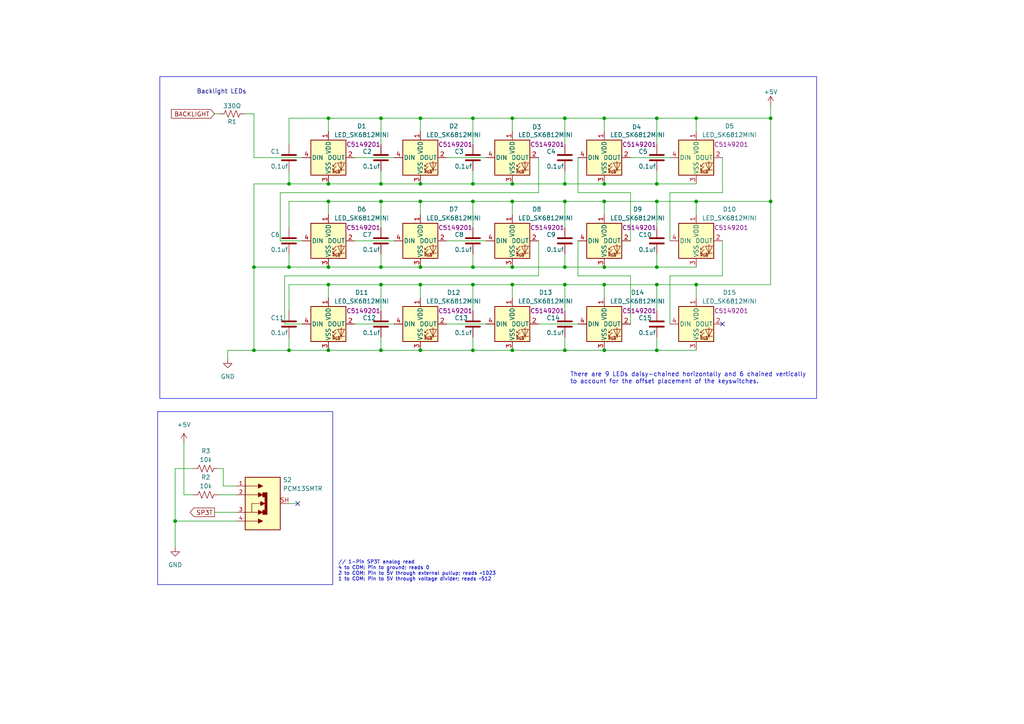
<source format=kicad_sch>
(kicad_sch (version 20250114) (generator "eeschema") (generator_version "9.0")
  (paper "A4")
  (lib_symbols
    (symbol "Device:C" (pin_numbers (hide yes)) (pin_names (offset 0.254))
      (property "Reference" "C" (at 0.635 2.54 0))
      (property "Value" "C" (at 0.635 -2.54 0))
      (symbol "C_0_1"
        (polyline (pts (xy -2.032 0.762) (xy 2.032 0.762)) (stroke (width 0.508)))
        (polyline (pts (xy -2.032 -0.762) (xy 2.032 -0.762)) (stroke (width 0.508)))
      )
      (symbol "C_1_1"
        (pin passive line (at 0 3.81 270) (length 2.794) (name "~") (number "1"))
        (pin passive line (at 0 -3.81 90) (length 2.794) (name "~") (number "2"))
      )
    )
    (symbol "Device:R_US" (pin_numbers (hide yes)) (pin_names (offset 0))
      (property "Reference" "R" (at 2.54 0 90))
      (property "Value" "R_US" (at -2.54 0 90))
      (symbol "R_US_0_1"
        (polyline (pts (xy 0 2.286) (xy 0 2.54)))
        (polyline (pts (xy 0 2.286) (xy 1.016 1.905) (xy 0 1.524) (xy -1.016 1.143) (xy 0 0.762)))
        (polyline (pts (xy 0 0.762) (xy 1.016 0.381) (xy 0 0) (xy -1.016 -0.381) (xy 0 -0.762)))
        (polyline (pts (xy 0 -0.762) (xy 1.016 -1.143) (xy 0 -1.524) (xy -1.016 -1.905) (xy 0 -2.286)))
        (polyline (pts (xy 0 -2.286) (xy 0 -2.54)))
      )
      (symbol "R_US_1_1"
        (pin passive line (at 0 3.81 270) (length 1.27) (name "~") (number "1"))
        (pin passive line (at 0 -3.81 90) (length 1.27) (name "~") (number "2"))
      )
    )
    (symbol "PCM13SMTR:PCM13SMTR" (pin_names (offset 1.016))
      (property "Reference" "S" (at -5.08 8.255 0))
      (property "Value" "PCM13SMTR" (at -5.08 -10.16 0))
      (symbol "PCM13SMTR_0_0"
        (polyline (pts (xy -5.08 5.08) (xy -1.27 5.08)) (stroke (width 0.1524)))
        (polyline (pts (xy -5.08 2.54) (xy -1.27 2.54)) (stroke (width 0.1524)))
        (polyline (pts (xy -5.08 -2.54) (xy -1.27 -2.54)) (stroke (width 0.1524)))
        (polyline (pts (xy -5.08 -5.08) (xy -1.27 -5.08)) (stroke (width 0.1524)))
        (rectangle (start -5.08 -7.62) (end 5.08 7.62) (stroke (width 0.254)) (fill (type background)))
        (polyline (pts (xy -3.175 0) (xy -3.175 -2.54)) (stroke (width 0.1524)))
        (polyline (pts (xy -3.175 0) (xy -0.635 0)) (stroke (width 0.1524)))
        (polyline (pts (xy -1.27 5.715) (xy -1.27 4.445) (xy 0 5.08) (xy -1.27 5.715)) (stroke (width 0.1524)) (fill (type outline)))
        (polyline (pts (xy -1.27 3.175) (xy -1.27 1.905) (xy 0 2.54) (xy -1.27 3.175)) (stroke (width 0.1524)) (fill (type outline)))
        (polyline (pts (xy -1.27 -1.905) (xy -1.27 -3.175) (xy 0 -2.54) (xy -1.27 -1.905)) (stroke (width 0.1524)) (fill (type outline)))
        (polyline (pts (xy -1.27 -4.445) (xy -1.27 -5.715) (xy 0 -5.08) (xy -1.27 -4.445)) (stroke (width 0.1524)) (fill (type outline)))
        (polyline (pts (xy -0.635 0.635) (xy -0.635 -0.635) (xy 0.635 0) (xy -0.635 0.635)) (stroke (width 0.1524)) (fill (type outline)))
        (polyline (pts (xy 0 1.905) (xy 0 3.175) (xy 1.27 3.175) (xy 1.27 -3.175) (xy 0 -3.175) (xy 0 -1.905) (xy 0.635 -1.905) (xy 0.635 1.905) (xy 0 1.905)) (stroke (width 0.1524)) (fill (type outline)))
        (pin passive line (at -7.62 5.08 0) (length 2.54) (name "~") (number "1"))
        (pin passive line (at -7.62 2.54 0) (length 2.54) (name "~") (number "2"))
        (pin passive line (at -7.62 -2.54 0) (length 2.54) (name "~") (number "3"))
        (pin passive line (at -7.62 -5.08 0) (length 2.54) (name "~") (number "4"))
      )
      (symbol "PCM13SMTR_1_0"
        (pin passive line (at 7.62 0 180) (length 2.54) (hide yes) (name "") (number "SH2"))
      )
      (symbol "PCM13SMTR_1_1"
        (pin passive line (at 7.62 0 180) (length 2.54) (name "") (number "SH"))
        (pin passive line (at 7.62 0 180) (length 2.54) (hide yes) (name "") (number "SH1"))
        (pin passive line (at 7.62 0 180) (length 2.54) (hide yes) (name "") (number "SH3"))
      )
    )
    (symbol "ScottoKeebs:LED_SK6812MINI" (pin_names (offset 0.254))
      (property "Reference" "D" (at 2.032 5.588 0))
      (property "Value" "LED_SK6812MINI" (at 1.27 -5.715 0))
      (property "LCSC" "C5149201" (at 0 0 0))
      (symbol "LED_SK6812MINI_0_0"
        (text "RGB" (at 2.286 -4.191 0) (effects (font (size 0.762 0.762))))
      )
      (symbol "LED_SK6812MINI_0_1"
        (rectangle (start -5.08 5.08) (end 5.08 -5.08) (stroke (width 0.254)) (fill (type background)))
        (polyline (pts (xy 1.27 -2.54) (xy 1.778 -2.54)))
        (polyline (pts (xy 1.27 -3.556) (xy 1.778 -3.556)))
        (polyline (pts (xy 2.286 -1.524) (xy 1.27 -2.54) (xy 1.27 -2.032)))
        (polyline (pts (xy 2.286 -2.54) (xy 1.27 -3.556) (xy 1.27 -3.048)))
        (polyline (pts (xy 3.683 -1.016) (xy 3.683 -3.556) (xy 3.683 -4.064)))
        (polyline (pts (xy 4.699 -1.524) (xy 2.667 -1.524) (xy 3.683 -3.556) (xy 4.699 -1.524)))
        (polyline (pts (xy 4.699 -3.556) (xy 2.667 -3.556)))
      )
      (symbol "LED_SK6812MINI_1_1"
        (pin input line (at -7.62 0 0) (length 2.54) (name "DIN") (number "4"))
        (pin power_in line (at 0 7.62 270) (length 2.54) (name "VDD") (number "1"))
        (pin power_in line (at 0 -7.62 90) (length 2.54) (name "VSS") (number "3"))
        (pin output line (at 7.62 0 180) (length 2.54) (name "DOUT") (number "2"))
      )
    )
    (symbol "power:+5V" (power) (pin_numbers (hide yes)) (pin_names (offset 0) (hide yes))
      (property "Value" "+5V" (at 0 3.556 0))
      (symbol "+5V_0_1"
        (polyline (pts (xy -0.762 1.27) (xy 0 2.54)))
        (polyline (pts (xy 0 2.54) (xy 0.762 1.27)))
        (polyline (pts (xy 0 0) (xy 0 2.54)))
      )
      (symbol "+5V_1_1"
        (pin power_in line (at 0 0 90) (length 0) (name "~") (number "1"))
      )
    )
    (symbol "power:GND" (power) (pin_numbers (hide yes)) (pin_names (offset 0) (hide yes))
      (property "Value" "GND" (at 0 -3.81 0))
      (symbol "GND_0_1"
        (polyline (pts (xy 0 0) (xy 0 -1.27) (xy 1.27 -1.27) (xy 0 -2.54) (xy -1.27 -1.27) (xy 0 -1.27)))
      )
      (symbol "GND_1_1"
        (pin power_in line (at 0 0 270) (length 0) (name "~") (number "1"))
      )
    )
  )
  (rectangle (start 46.355 22.225) (end 236.855 115.57))
  (text "There are 9 LEDs daisy-chained horizontally and 6 chained vertically\nto account for the offset placement of the keyswitches." (at 165.354 109.728 0) (effects (font (size 1.27 1.27)) (justify left)))
  (text "Backlight LEDs" (at 64.262 26.67 0) (effects (font (size 1.27 1.27))))
  (text "// 1-Pin SP3T analog read\n4 to COM: Pin to ground; reads 0\n2 to COM: Pin to 5V through external pullup; reads ~1023\n1 to COM: Pin to 5V through voltage divider; reads ~512" (at 98.044 165.608 0) (effects (font (size 1.016 1.016)) (justify left)))
  (junction (at 190.5 77.47))
  (junction (at 163.83 34.29))
  (junction (at 95.25 101.6))
  (junction (at 201.93 34.29))
  (junction (at 148.59 77.47))
  (junction (at 121.92 34.29))
  (junction (at 137.16 77.47))
  (junction (at 148.59 58.42))
  (junction (at 175.26 82.55))
  (junction (at 121.92 53.34))
  (junction (at 148.59 101.6))
  (junction (at 201.93 58.42))
  (junction (at 190.5 53.34))
  (junction (at 223.52 34.29))
  (junction (at 148.59 53.34))
  (junction (at 163.83 58.42))
  (junction (at 190.5 34.29))
  (junction (at 148.59 82.55))
  (junction (at 121.92 82.55))
  (junction (at 110.49 58.42))
  (junction (at 175.26 77.47))
  (junction (at 110.49 82.55))
  (junction (at 190.5 58.42))
  (junction (at 163.83 77.47))
  (junction (at 121.92 77.47))
  (junction (at 163.83 82.55))
  (junction (at 190.5 101.6))
  (junction (at 95.25 53.34))
  (junction (at 110.49 34.29))
  (junction (at 83.82 77.47))
  (junction (at 175.26 34.29))
  (junction (at 201.93 82.55))
  (junction (at 137.16 101.6))
  (junction (at 110.49 53.34))
  (junction (at 175.26 101.6))
  (junction (at 95.25 82.55))
  (junction (at 83.82 101.6))
  (junction (at 163.83 101.6))
  (junction (at 137.16 82.55))
  (junction (at 190.5 82.55))
  (junction (at 121.92 101.6))
  (junction (at 95.25 58.42))
  (junction (at 148.59 34.29))
  (junction (at 223.52 58.42))
  (junction (at 137.16 34.29))
  (junction (at 110.49 77.47))
  (junction (at 175.26 53.34))
  (junction (at 137.16 58.42))
  (junction (at 121.92 58.42))
  (junction (at 83.82 53.34))
  (junction (at 73.66 101.6))
  (junction (at 95.25 34.29))
  (junction (at 110.49 101.6))
  (junction (at 175.26 58.42))
  (junction (at 50.8 151.13))
  (junction (at 137.16 53.34))
  (junction (at 95.25 77.47))
  (junction (at 163.83 53.34))
  (junction (at 73.66 77.47))
  (no_connect (at 86.36 146.05))
  (no_connect (at 209.55 93.98))
  (wire (pts (xy 129.54 69.85) (xy 140.97 69.85)))
  (wire (pts (xy 95.25 58.42) (xy 110.49 58.42)))
  (wire (pts (xy 73.66 77.47) (xy 73.66 101.6)))
  (wire (pts (xy 121.92 58.42) (xy 137.16 58.42)))
  (wire (pts (xy 121.92 82.55) (xy 137.16 82.55)))
  (polyline (pts (xy 45.72 119.38) (xy 45.72 169.545)) (stroke (width 0) (type solid)))
  (wire (pts (xy 163.83 53.34) (xy 175.26 53.34)))
  (wire (pts (xy 68.58 148.59) (xy 62.23 148.59)))
  (wire (pts (xy 163.83 58.42) (xy 175.26 58.42)))
  (wire (pts (xy 137.16 53.34) (xy 148.59 53.34)))
  (wire (pts (xy 95.25 62.23) (xy 95.25 58.42)))
  (wire (pts (xy 148.59 53.34) (xy 163.83 53.34)))
  (wire (pts (xy 137.16 101.6) (xy 148.59 101.6)))
  (wire (pts (xy 53.34 128.27) (xy 53.34 143.51)))
  (wire (pts (xy 129.54 45.72) (xy 140.97 45.72)))
  (wire (pts (xy 83.82 58.42) (xy 83.82 66.04)))
  (wire (pts (xy 175.26 34.29) (xy 163.83 34.29)))
  (wire (pts (xy 83.82 82.55) (xy 83.82 90.17)))
  (wire (pts (xy 137.16 73.66) (xy 137.16 77.47)))
  (wire (pts (xy 95.25 77.47) (xy 110.49 77.47)))
  (wire (pts (xy 110.49 97.79) (xy 110.49 101.6)))
  (wire (pts (xy 110.49 82.55) (xy 121.92 82.55)))
  (wire (pts (xy 50.8 151.13) (xy 50.8 158.75)))
  (wire (pts (xy 163.83 97.79) (xy 163.83 101.6)))
  (wire (pts (xy 137.16 82.55) (xy 137.16 90.17)))
  (wire (pts (xy 201.93 58.42) (xy 201.93 62.23)))
  (wire (pts (xy 95.25 38.1) (xy 95.25 34.29)))
  (wire (pts (xy 137.16 82.55) (xy 148.59 82.55)))
  (wire (pts (xy 137.16 49.53) (xy 137.16 53.34)))
  (wire (pts (xy 50.8 135.89) (xy 50.8 151.13)))
  (wire (pts (xy 83.82 73.66) (xy 83.82 77.47)))
  (wire (pts (xy 163.83 49.53) (xy 163.83 53.34)))
  (wire (pts (xy 167.64 55.88) (xy 182.88 55.88)))
  (wire (pts (xy 148.59 101.6) (xy 163.83 101.6)))
  (wire (pts (xy 175.26 82.55) (xy 175.26 86.36)))
  (wire (pts (xy 66.04 104.14) (xy 66.04 101.6)))
  (wire (pts (xy 82.55 80.01) (xy 82.55 93.98)))
  (wire (pts (xy 63.5 143.51) (xy 68.58 143.51)))
  (wire (pts (xy 83.82 82.55) (xy 95.25 82.55)))
  (wire (pts (xy 190.5 82.55) (xy 201.93 82.55)))
  (wire (pts (xy 110.49 34.29) (xy 121.92 34.29)))
  (wire (pts (xy 209.55 45.72) (xy 209.55 55.88)))
  (wire (pts (xy 190.5 58.42) (xy 201.93 58.42)))
  (wire (pts (xy 175.26 58.42) (xy 190.5 58.42)))
  (wire (pts (xy 73.66 45.72) (xy 87.63 45.72)))
  (wire (pts (xy 163.83 73.66) (xy 163.83 77.47)))
  (wire (pts (xy 182.88 80.01) (xy 182.88 93.98)))
  (polyline (pts (xy 45.72 119.38) (xy 96.52 119.38)) (stroke (width 0) (type solid)))
  (wire (pts (xy 156.21 80.01) (xy 82.55 80.01)))
  (polyline (pts (xy 96.52 169.545) (xy 45.72 169.545)) (stroke (width 0) (type solid)))
  (wire (pts (xy 73.66 101.6) (xy 83.82 101.6)))
  (wire (pts (xy 110.49 82.55) (xy 110.49 90.17)))
  (wire (pts (xy 175.26 77.47) (xy 190.5 77.47)))
  (wire (pts (xy 129.54 93.98) (xy 140.97 93.98)))
  (wire (pts (xy 83.82 77.47) (xy 95.25 77.47)))
  (wire (pts (xy 175.26 34.29) (xy 190.5 34.29)))
  (wire (pts (xy 163.83 82.55) (xy 175.26 82.55)))
  (polyline (pts (xy 96.52 119.38) (xy 96.52 169.545)) (stroke (width 0) (type solid)))
  (wire (pts (xy 55.88 143.51) (xy 53.34 143.51)))
  (wire (pts (xy 110.49 58.42) (xy 110.49 66.04)))
  (wire (pts (xy 156.21 55.88) (xy 81.28 55.88)))
  (wire (pts (xy 167.64 45.72) (xy 167.64 55.88)))
  (wire (pts (xy 190.5 73.66) (xy 190.5 77.47)))
  (wire (pts (xy 55.88 135.89) (xy 50.8 135.89)))
  (wire (pts (xy 190.5 49.53) (xy 190.5 53.34)))
  (wire (pts (xy 190.5 97.79) (xy 190.5 101.6)))
  (wire (pts (xy 50.8 151.13) (xy 68.58 151.13)))
  (wire (pts (xy 121.92 62.23) (xy 121.92 58.42)))
  (wire (pts (xy 110.49 34.29) (xy 110.49 41.91)))
  (wire (pts (xy 86.36 146.05) (xy 83.82 146.05)))
  (wire (pts (xy 163.83 82.55) (xy 163.83 90.17)))
  (wire (pts (xy 102.87 69.85) (xy 114.3 69.85)))
  (wire (pts (xy 83.82 58.42) (xy 95.25 58.42)))
  (wire (pts (xy 95.25 53.34) (xy 110.49 53.34)))
  (wire (pts (xy 223.52 82.55) (xy 223.52 58.42)))
  (wire (pts (xy 95.25 82.55) (xy 110.49 82.55)))
  (wire (pts (xy 175.26 53.34) (xy 190.5 53.34)))
  (wire (pts (xy 68.58 140.97) (xy 64.77 140.97)))
  (wire (pts (xy 137.16 58.42) (xy 137.16 66.04)))
  (wire (pts (xy 148.59 77.47) (xy 163.83 77.47)))
  (wire (pts (xy 190.5 77.47) (xy 201.93 77.47)))
  (wire (pts (xy 190.5 53.34) (xy 201.93 53.34)))
  (wire (pts (xy 148.59 58.42) (xy 163.83 58.42)))
  (wire (pts (xy 190.5 82.55) (xy 190.5 90.17)))
  (wire (pts (xy 137.16 97.79) (xy 137.16 101.6)))
  (wire (pts (xy 163.83 34.29) (xy 163.83 41.91)))
  (wire (pts (xy 190.5 101.6) (xy 201.93 101.6)))
  (wire (pts (xy 121.92 38.1) (xy 121.92 34.29)))
  (wire (pts (xy 175.26 34.29) (xy 175.26 38.1)))
  (wire (pts (xy 175.26 58.42) (xy 175.26 62.23)))
  (wire (pts (xy 156.21 93.98) (xy 167.64 93.98)))
  (wire (pts (xy 148.59 38.1) (xy 148.59 34.29)))
  (wire (pts (xy 209.55 80.01) (xy 194.31 80.01)))
  (wire (pts (xy 163.83 101.6) (xy 175.26 101.6)))
  (wire (pts (xy 121.92 34.29) (xy 137.16 34.29)))
  (wire (pts (xy 137.16 77.47) (xy 148.59 77.47)))
  (wire (pts (xy 73.66 77.47) (xy 83.82 77.47)))
  (wire (pts (xy 156.21 69.85) (xy 156.21 80.01)))
  (wire (pts (xy 201.93 34.29) (xy 201.93 38.1)))
  (wire (pts (xy 83.82 49.53) (xy 83.82 53.34)))
  (wire (pts (xy 102.87 45.72) (xy 114.3 45.72)))
  (wire (pts (xy 201.93 82.55) (xy 201.93 86.36)))
  (wire (pts (xy 190.5 34.29) (xy 190.5 41.91)))
  (wire (pts (xy 63.5 135.89) (xy 64.77 135.89)))
  (wire (pts (xy 83.82 34.29) (xy 83.82 41.91)))
  (wire (pts (xy 223.52 34.29) (xy 201.93 34.29)))
  (wire (pts (xy 190.5 34.29) (xy 201.93 34.29)))
  (wire (pts (xy 163.83 58.42) (xy 163.83 66.04)))
  (wire (pts (xy 182.88 45.72) (xy 194.31 45.72)))
  (wire (pts (xy 110.49 53.34) (xy 121.92 53.34)))
  (wire (pts (xy 83.82 97.79) (xy 83.82 101.6)))
  (wire (pts (xy 121.92 101.6) (xy 137.16 101.6)))
  (wire (pts (xy 110.49 49.53) (xy 110.49 53.34)))
  (wire (pts (xy 156.21 45.72) (xy 156.21 55.88)))
  (wire (pts (xy 167.64 69.85) (xy 167.64 80.01)))
  (wire (pts (xy 148.59 62.23) (xy 148.59 58.42)))
  (wire (pts (xy 81.28 69.85) (xy 87.63 69.85)))
  (wire (pts (xy 83.82 34.29) (xy 95.25 34.29)))
  (wire (pts (xy 223.52 58.42) (xy 223.52 34.29)))
  (wire (pts (xy 110.49 73.66) (xy 110.49 77.47)))
  (wire (pts (xy 194.31 55.88) (xy 194.31 69.85)))
  (wire (pts (xy 82.55 93.98) (xy 87.63 93.98)))
  (wire (pts (xy 167.64 80.01) (xy 182.88 80.01)))
  (wire (pts (xy 209.55 55.88) (xy 194.31 55.88)))
  (wire (pts (xy 73.66 33.02) (xy 73.66 45.72)))
  (wire (pts (xy 81.28 55.88) (xy 81.28 69.85)))
  (wire (pts (xy 121.92 86.36) (xy 121.92 82.55)))
  (wire (pts (xy 95.25 86.36) (xy 95.25 82.55)))
  (wire (pts (xy 66.04 101.6) (xy 73.66 101.6)))
  (wire (pts (xy 110.49 58.42) (xy 121.92 58.42)))
  (wire (pts (xy 137.16 34.29) (xy 148.59 34.29)))
  (wire (pts (xy 137.16 58.42) (xy 148.59 58.42)))
  (wire (pts (xy 121.92 53.34) (xy 137.16 53.34)))
  (wire (pts (xy 83.82 101.6) (xy 95.25 101.6)))
  (wire (pts (xy 182.88 55.88) (xy 182.88 69.85)))
  (wire (pts (xy 110.49 101.6) (xy 121.92 101.6)))
  (wire (pts (xy 95.25 34.29) (xy 110.49 34.29)))
  (wire (pts (xy 148.59 86.36) (xy 148.59 82.55)))
  (wire (pts (xy 223.52 30.48) (xy 223.52 34.29)))
  (wire (pts (xy 62.23 33.02) (xy 63.5 33.02)))
  (wire (pts (xy 64.77 140.97) (xy 64.77 135.89)))
  (wire (pts (xy 121.92 77.47) (xy 137.16 77.47)))
  (wire (pts (xy 163.83 77.47) (xy 175.26 77.47)))
  (wire (pts (xy 95.25 101.6) (xy 110.49 101.6)))
  (wire (pts (xy 73.66 33.02) (xy 71.12 33.02)))
  (wire (pts (xy 190.5 58.42) (xy 190.5 66.04)))
  (wire (pts (xy 148.59 82.55) (xy 163.83 82.55)))
  (wire (pts (xy 175.26 101.6) (xy 190.5 101.6)))
  (wire (pts (xy 137.16 34.29) (xy 137.16 41.91)))
  (wire (pts (xy 110.49 77.47) (xy 121.92 77.47)))
  (wire (pts (xy 83.82 53.34) (xy 95.25 53.34)))
  (wire (pts (xy 73.66 53.34) (xy 73.66 77.47)))
  (wire (pts (xy 73.66 53.34) (xy 83.82 53.34)))
  (wire (pts (xy 102.87 93.98) (xy 114.3 93.98)))
  (wire (pts (xy 194.31 80.01) (xy 194.31 93.98)))
  (wire (pts (xy 209.55 69.85) (xy 209.55 80.01)))
  (wire (pts (xy 201.93 58.42) (xy 223.52 58.42)))
  (wire (pts (xy 148.59 34.29) (xy 163.83 34.29)))
  (wire (pts (xy 201.93 82.55) (xy 223.52 82.55)))
  (wire (pts (xy 175.26 82.55) (xy 190.5 82.55)))
  (global_label "SP3T" (shape output) (at 62.23 148.59 180) (property "Intersheetrefs" "${INTERSHEET_REFS}" (effects (hide yes))))
  (global_label "BACKLIGHT" (shape input) (at 62.23 33.02 180) (property "Intersheetrefs" "${INTERSHEET_REFS}" (effects (hide yes))))
  (symbol (lib_id "Device:C") (at 190.5 93.98 0) (unit 1)
    (property "Reference" "C15" (at 185.166 92.202 0) (effects (justify left)))
    (property "Value" "0.1uf" (at 185.166 96.52 0) (effects (justify left)))
    (property "Footprint" "Capacitor_SMD:C_1206_3216Metric" (effects (hide yes)))
    (property "Description" "Unpolarized capacitor" (effects (hide yes)))
  )
  (symbol (lib_id "ScottoKeebs:LED_SK6812MINI") (at 201.93 93.98 0) (unit 1)
    (property "Reference" "D15" (at 211.582 84.836 0))
    (property "Value" "LED_SK6812MINI" (at 211.582 87.376 0))
    (property "Footprint" "macropad_components:LED_SK6812MINI" (effects (hide yes)))
    (property "Datasheet" "https://cdn-shop.adafruit.com/product-files/2686/SK6812MINI_REV.01-1-2.pdf" (effects (hide yes)))
    (property "Description" "RGB LED with integrated controller" (effects (hide yes)))
    (property "LCSC" "C5149201" (at 212.09 90.17 0))
  )
  (symbol (lib_id "power:+5V") (at 223.52 30.48 0) (unit 1)
    (property "Reference" "#PWR0101" (effects (hide yes)))
    (property "Value" "+5V" (at 223.52 26.67 0))
    (property "Description" "Power symbol creates a global label with name \"+5V\"" (effects (hide yes)))
  )
  (symbol (lib_id "Device:C") (at 83.82 93.98 0) (unit 1)
    (property "Reference" "C11" (at 78.486 92.202 0) (effects (justify left)))
    (property "Value" "0.1uf" (at 78.486 96.52 0) (effects (justify left)))
    (property "Footprint" "Capacitor_SMD:C_1206_3216Metric" (effects (hide yes)))
    (property "Description" "Unpolarized capacitor" (effects (hide yes)))
  )
  (symbol (lib_id "Device:C") (at 190.5 69.85 0) (unit 1)
    (property "Reference" "C10" (at 185.166 68.072 0) (effects (justify left)))
    (property "Value" "0.1uf" (at 185.166 72.39 0) (effects (justify left)))
    (property "Footprint" "Capacitor_SMD:C_1206_3216Metric" (effects (hide yes)))
    (property "Description" "Unpolarized capacitor" (effects (hide yes)))
  )
  (symbol (lib_id "ScottoKeebs:LED_SK6812MINI") (at 175.26 45.72 0) (unit 1)
    (property "Reference" "D4" (at 184.658 36.83 0))
    (property "Value" "LED_SK6812MINI" (at 184.912 39.116 0))
    (property "Footprint" "macropad_components:LED_SK6812MINI" (effects (hide yes)))
    (property "Datasheet" "https://cdn-shop.adafruit.com/product-files/2686/SK6812MINI_REV.01-1-2.pdf" (effects (hide yes)))
    (property "Description" "RGB LED with integrated controller" (effects (hide yes)))
    (property "LCSC" "C5149201" (at 185.42 41.91 0))
  )
  (symbol (lib_id "ScottoKeebs:LED_SK6812MINI") (at 175.26 69.85 0) (unit 1)
    (property "Reference" "D9" (at 184.912 60.706 0))
    (property "Value" "LED_SK6812MINI" (at 184.912 63.246 0))
    (property "Footprint" "macropad_components:LED_SK6812MINI" (effects (hide yes)))
    (property "Datasheet" "https://cdn-shop.adafruit.com/product-files/2686/SK6812MINI_REV.01-1-2.pdf" (effects (hide yes)))
    (property "Description" "RGB LED with integrated controller" (effects (hide yes)))
    (property "LCSC" "C5149201" (at 185.42 66.04 0))
  )
  (symbol (lib_id "ScottoKeebs:LED_SK6812MINI") (at 121.92 93.98 0) (unit 1)
    (property "Reference" "D12" (at 131.572 84.836 0))
    (property "Value" "LED_SK6812MINI" (at 131.572 87.376 0))
    (property "Footprint" "macropad_components:LED_SK6812MINI" (effects (hide yes)))
    (property "Datasheet" "https://cdn-shop.adafruit.com/product-files/2686/SK6812MINI_REV.01-1-2.pdf" (effects (hide yes)))
    (property "Description" "RGB LED with integrated controller" (effects (hide yes)))
    (property "LCSC" "C5149201" (at 132.08 90.17 0))
  )
  (symbol (lib_id "ScottoKeebs:LED_SK6812MINI") (at 148.59 45.72 0) (unit 1)
    (property "Reference" "D3" (at 155.702 36.83 0))
    (property "Value" "LED_SK6812MINI" (at 158.242 39.116 0))
    (property "Footprint" "macropad_components:LED_SK6812MINI" (effects (hide yes)))
    (property "Datasheet" "https://cdn-shop.adafruit.com/product-files/2686/SK6812MINI_REV.01-1-2.pdf" (effects (hide yes)))
    (property "Description" "RGB LED with integrated controller" (effects (hide yes)))
    (property "LCSC" "C5149201" (at 158.75 41.91 0))
  )
  (symbol (lib_id "Device:C") (at 83.82 69.85 0) (unit 1)
    (property "Reference" "C6" (at 78.486 68.072 0) (effects (justify left)))
    (property "Value" "0.1uf" (at 78.486 72.39 0) (effects (justify left)))
    (property "Footprint" "Capacitor_SMD:C_1206_3216Metric" (effects (hide yes)))
    (property "Description" "Unpolarized capacitor" (effects (hide yes)))
  )
  (symbol (lib_id "Device:R_US") (at 59.69 143.51 90) (unit 1)
    (property "Reference" "R2" (at 59.69 138.43 90))
    (property "Value" "10k" (at 59.69 140.97 90))
    (property "Footprint" "Resistor_THT:R_Axial_DIN0207_L6.3mm_D2.5mm_P10.16mm_Horizontal" (effects (hide yes)))
    (property "Description" "Resistor, US symbol" (effects (hide yes)))
  )
  (symbol (lib_id "Device:C") (at 83.82 45.72 0) (unit 1)
    (property "Reference" "C1" (at 78.486 43.942 0) (effects (justify left)))
    (property "Value" "0.1uf" (at 78.486 48.26 0) (effects (justify left)))
    (property "Footprint" "Capacitor_SMD:C_1206_3216Metric" (effects (hide yes)))
    (property "Description" "Unpolarized capacitor" (effects (hide yes)))
  )
  (symbol (lib_id "ScottoKeebs:LED_SK6812MINI") (at 201.93 45.72 0) (unit 1)
    (property "Reference" "D5" (at 211.582 36.576 0))
    (property "Value" "LED_SK6812MINI" (at 211.582 39.116 0))
    (property "Footprint" "macropad_components:LED_SK6812MINI" (effects (hide yes)))
    (property "Datasheet" "https://cdn-shop.adafruit.com/product-files/2686/SK6812MINI_REV.01-1-2.pdf" (effects (hide yes)))
    (property "Description" "RGB LED with integrated controller" (effects (hide yes)))
    (property "LCSC" "C5149201" (at 212.09 41.91 0))
  )
  (symbol (lib_id "power:+5V") (at 53.34 128.27 0) (unit 1)
    (property "Reference" "#PWR02" (effects (hide yes)))
    (property "Value" "+5V" (at 53.34 123.19 0))
    (property "Description" "Power symbol creates a global label with name \"+5V\"" (effects (hide yes)))
  )
  (symbol (lib_id "Device:C") (at 163.83 93.98 0) (unit 1)
    (property "Reference" "C14" (at 158.496 92.202 0) (effects (justify left)))
    (property "Value" "0.1uf" (at 158.496 96.52 0) (effects (justify left)))
    (property "Footprint" "Capacitor_SMD:C_1206_3216Metric" (effects (hide yes)))
    (property "Description" "Unpolarized capacitor" (effects (hide yes)))
  )
  (symbol (lib_id "Device:C") (at 137.16 93.98 0) (unit 1)
    (property "Reference" "C13" (at 131.826 92.202 0) (effects (justify left)))
    (property "Value" "0.1uf" (at 131.826 96.52 0) (effects (justify left)))
    (property "Footprint" "Capacitor_SMD:C_1206_3216Metric" (effects (hide yes)))
    (property "Description" "Unpolarized capacitor" (effects (hide yes)))
  )
  (symbol (lib_id "Device:C") (at 163.83 45.72 0) (unit 1)
    (property "Reference" "C4" (at 158.496 43.942 0) (effects (justify left)))
    (property "Value" "0.1uf" (at 158.496 48.26 0) (effects (justify left)))
    (property "Footprint" "Capacitor_SMD:C_1206_3216Metric" (effects (hide yes)))
    (property "Description" "Unpolarized capacitor" (effects (hide yes)))
  )
  (symbol (lib_id "Device:C") (at 110.49 69.85 0) (unit 1)
    (property "Reference" "C7" (at 105.156 68.072 0) (effects (justify left)))
    (property "Value" "0.1uf" (at 105.156 72.39 0) (effects (justify left)))
    (property "Footprint" "Capacitor_SMD:C_1206_3216Metric" (effects (hide yes)))
    (property "Description" "Unpolarized capacitor" (effects (hide yes)))
  )
  (symbol (lib_id "ScottoKeebs:LED_SK6812MINI") (at 175.26 93.98 0) (unit 1)
    (property "Reference" "D14" (at 184.912 84.836 0))
    (property "Value" "LED_SK6812MINI" (at 184.912 87.376 0))
    (property "Footprint" "macropad_components:LED_SK6812MINI" (effects (hide yes)))
    (property "Datasheet" "https://cdn-shop.adafruit.com/product-files/2686/SK6812MINI_REV.01-1-2.pdf" (effects (hide yes)))
    (property "Description" "RGB LED with integrated controller" (effects (hide yes)))
    (property "LCSC" "C5149201" (at 185.42 90.17 0))
  )
  (symbol (lib_id "ScottoKeebs:LED_SK6812MINI") (at 148.59 69.85 0) (unit 1)
    (property "Reference" "D8" (at 155.702 60.706 0))
    (property "Value" "LED_SK6812MINI" (at 158.242 63.246 0))
    (property "Footprint" "macropad_components:LED_SK6812MINI" (effects (hide yes)))
    (property "Datasheet" "https://cdn-shop.adafruit.com/product-files/2686/SK6812MINI_REV.01-1-2.pdf" (effects (hide yes)))
    (property "Description" "RGB LED with integrated controller" (effects (hide yes)))
    (property "LCSC" "C5149201" (at 158.75 66.04 0))
  )
  (symbol (lib_id "ScottoKeebs:LED_SK6812MINI") (at 148.59 93.98 0) (unit 1)
    (property "Reference" "D13" (at 158.242 84.836 0))
    (property "Value" "LED_SK6812MINI" (at 158.242 87.376 0))
    (property "Footprint" "macropad_components:LED_SK6812MINI" (effects (hide yes)))
    (property "Datasheet" "https://cdn-shop.adafruit.com/product-files/2686/SK6812MINI_REV.01-1-2.pdf" (effects (hide yes)))
    (property "Description" "RGB LED with integrated controller" (effects (hide yes)))
    (property "LCSC" "C5149201" (at 158.75 90.17 0))
  )
  (symbol (lib_id "Device:C") (at 137.16 45.72 0) (unit 1)
    (property "Reference" "C3" (at 131.826 43.942 0) (effects (justify left)))
    (property "Value" "0.1uf" (at 131.826 48.26 0) (effects (justify left)))
    (property "Footprint" "Capacitor_SMD:C_1206_3216Metric" (effects (hide yes)))
    (property "Description" "Unpolarized capacitor" (effects (hide yes)))
  )
  (symbol (lib_id "ScottoKeebs:LED_SK6812MINI") (at 121.92 69.85 0) (unit 1)
    (property "Reference" "D7" (at 131.572 60.706 0))
    (property "Value" "LED_SK6812MINI" (at 131.572 63.246 0))
    (property "Footprint" "macropad_components:LED_SK6812MINI" (effects (hide yes)))
    (property "Datasheet" "https://cdn-shop.adafruit.com/product-files/2686/SK6812MINI_REV.01-1-2.pdf" (effects (hide yes)))
    (property "Description" "RGB LED with integrated controller" (effects (hide yes)))
    (property "LCSC" "C5149201" (at 132.08 66.04 0))
  )
  (symbol (lib_id "Device:C") (at 190.5 45.72 0) (unit 1)
    (property "Reference" "C5" (at 185.166 43.942 0) (effects (justify left)))
    (property "Value" "0.1uf" (at 185.166 48.26 0) (effects (justify left)))
    (property "Footprint" "Capacitor_SMD:C_1206_3216Metric" (effects (hide yes)))
    (property "Description" "Unpolarized capacitor" (effects (hide yes)))
  )
  (symbol (lib_id "Device:C") (at 110.49 93.98 0) (unit 1)
    (property "Reference" "C12" (at 105.156 92.202 0) (effects (justify left)))
    (property "Value" "0.1uf" (at 105.156 96.52 0) (effects (justify left)))
    (property "Footprint" "Capacitor_SMD:C_1206_3216Metric" (effects (hide yes)))
    (property "Description" "Unpolarized capacitor" (effects (hide yes)))
  )
  (symbol (lib_id "Device:R_US") (at 67.31 33.02 90) (unit 1)
    (property "Reference" "R1" (at 67.31 35.306 90))
    (property "Value" "330Ω" (at 67.31 30.734 90))
    (property "Footprint" "Resistor_THT:R_Axial_DIN0207_L6.3mm_D2.5mm_P10.16mm_Horizontal" (effects (hide yes)))
    (property "Description" "Resistor, US symbol" (effects (hide yes)))
  )
  (symbol (lib_id "Device:R_US") (at 59.69 135.89 90) (unit 1)
    (property "Reference" "R3" (at 59.69 130.81 90))
    (property "Value" "10k" (at 59.69 133.35 90))
    (property "Footprint" "Resistor_THT:R_Axial_DIN0207_L6.3mm_D2.5mm_P10.16mm_Horizontal" (effects (hide yes)))
    (property "Description" "Resistor, US symbol" (effects (hide yes)))
  )
  (symbol (lib_id "Device:C") (at 137.16 69.85 0) (unit 1)
    (property "Reference" "C8" (at 131.826 68.072 0) (effects (justify left)))
    (property "Value" "0.1uf" (at 131.826 72.39 0) (effects (justify left)))
    (property "Footprint" "Capacitor_SMD:C_1206_3216Metric" (effects (hide yes)))
    (property "Description" "Unpolarized capacitor" (effects (hide yes)))
  )
  (symbol (lib_id "ScottoKeebs:LED_SK6812MINI") (at 95.25 45.72 0) (unit 1)
    (property "Reference" "D1" (at 104.902 36.576 0))
    (property "Value" "LED_SK6812MINI" (at 104.902 39.116 0))
    (property "Footprint" "macropad_components:LED_SK6812MINI" (effects (hide yes)))
    (property "Datasheet" "https://cdn-shop.adafruit.com/product-files/2686/SK6812MINI_REV.01-1-2.pdf" (effects (hide yes)))
    (property "Description" "RGB LED with integrated controller" (effects (hide yes)))
    (property "LCSC" "C5149201" (at 105.41 41.91 0))
  )
  (symbol (lib_id "Device:C") (at 110.49 45.72 0) (unit 1)
    (property "Reference" "C2" (at 105.156 43.942 0) (effects (justify left)))
    (property "Value" "0.1uf" (at 105.156 48.26 0) (effects (justify left)))
    (property "Footprint" "Capacitor_SMD:C_1206_3216Metric" (effects (hide yes)))
    (property "Description" "Unpolarized capacitor" (effects (hide yes)))
  )
  (symbol (lib_id "ScottoKeebs:LED_SK6812MINI") (at 121.92 45.72 0) (unit 1)
    (property "Reference" "D2" (at 131.572 36.576 0))
    (property "Value" "LED_SK6812MINI" (at 131.572 39.116 0))
    (property "Footprint" "macropad_components:LED_SK6812MINI" (effects (hide yes)))
    (property "Datasheet" "https://cdn-shop.adafruit.com/product-files/2686/SK6812MINI_REV.01-1-2.pdf" (effects (hide yes)))
    (property "Description" "RGB LED with integrated controller" (effects (hide yes)))
    (property "LCSC" "C5149201" (at 132.08 41.91 0))
  )
  (symbol (lib_id "ScottoKeebs:LED_SK6812MINI") (at 95.25 93.98 0) (unit 1)
    (property "Reference" "D11" (at 104.902 84.836 0))
    (property "Value" "LED_SK6812MINI" (at 104.902 87.376 0))
    (property "Footprint" "macropad_components:LED_SK6812MINI" (effects (hide yes)))
    (property "Datasheet" "https://cdn-shop.adafruit.com/product-files/2686/SK6812MINI_REV.01-1-2.pdf" (effects (hide yes)))
    (property "Description" "RGB LED with integrated controller" (effects (hide yes)))
    (property "LCSC" "C5149201" (at 105.41 90.17 0))
  )
  (symbol (lib_id "ScottoKeebs:LED_SK6812MINI") (at 201.93 69.85 0) (unit 1)
    (property "Reference" "D10" (at 211.582 60.706 0))
    (property "Value" "LED_SK6812MINI" (at 211.582 63.246 0))
    (property "Footprint" "macropad_components:LED_SK6812MINI" (effects (hide yes)))
    (property "Datasheet" "https://cdn-shop.adafruit.com/product-files/2686/SK6812MINI_REV.01-1-2.pdf" (effects (hide yes)))
    (property "Description" "RGB LED with integrated controller" (effects (hide yes)))
    (property "LCSC" "C5149201" (at 212.09 66.04 0))
  )
  (symbol (lib_id "Device:C") (at 163.83 69.85 0) (unit 1)
    (property "Reference" "C9" (at 158.496 68.072 0) (effects (justify left)))
    (property "Value" "0.1uf" (at 158.496 72.39 0) (effects (justify left)))
    (property "Footprint" "Capacitor_SMD:C_1206_3216Metric" (effects (hide yes)))
    (property "Description" "Unpolarized capacitor" (effects (hide yes)))
  )
  (symbol (lib_id "power:GND") (at 66.04 104.14 0) (unit 1)
    (property "Reference" "#PWR0102" (effects (hide yes)))
    (property "Value" "GND" (at 66.04 109.22 0))
    (property "Description" "Power symbol creates a global label with name \"GND\" , ground" (effects (hide yes)))
  )
  (symbol (lib_id "PCM13SMTR:PCM13SMTR") (at 76.2 146.05 0) (unit 1)
    (property "Reference" "S2" (at 82.042 139.192 0) (effects (justify left)))
    (property "Value" "PCM13SMTR" (at 82.042 141.732 0) (effects (justify left)))
    (property "Footprint" "macropad_components:SW_PCM13SMTR" (effects (hide yes)))
    (property "MF" "C&K" (effects (hide yes)))
    (property "MAXIMUM_PACKAGE_HEIGHT" "1.40mm" (effects (hide yes)))
    (property "CREATOR" "NEZY" (effects (hide yes)))
    (property "Price" "None" (effects (hide yes)))
    (property "Package" "None" (effects (hide yes)))
    (property "Check_prices" "https://www.snapeda.com/parts/PCM13SMTR/C%2526K/view-part/?ref=eda" (effects (hide yes)))
    (property "STANDARD" "Manufacturer Recommendations" (effects (hide yes)))
    (property "PARTREV" "VL 03/14/25" (effects (hide yes)))
    (property "SnapEDA_Link" "https://www.snapeda.com/parts/PCM13SMTR/C%2526K/view-part/?ref=snap" (effects (hide yes)))
    (property "MP" "PCM13SMTR" (effects (hide yes)))
    (property "Description_1" "Slide Switch SP3T Surface Mount, Right Angle" (effects (hide yes)))
    (property "Availability" "In Stock" (effects (hide yes)))
    (property "MANUFACTURER" "C and K Switches" (effects (hide yes)))
  )
  (symbol (lib_id "ScottoKeebs:LED_SK6812MINI") (at 95.25 69.85 0) (unit 1)
    (property "Reference" "D6" (at 104.902 60.706 0))
    (property "Value" "LED_SK6812MINI" (at 104.902 63.246 0))
    (property "Footprint" "macropad_components:LED_SK6812MINI" (effects (hide yes)))
    (property "Datasheet" "https://cdn-shop.adafruit.com/product-files/2686/SK6812MINI_REV.01-1-2.pdf" (effects (hide yes)))
    (property "Description" "RGB LED with integrated controller" (effects (hide yes)))
    (property "LCSC" "C5149201" (at 105.41 66.04 0))
  )
  (symbol (lib_id "power:GND") (at 50.8 158.75 0) (unit 1)
    (property "Reference" "#PWR01" (effects (hide yes)))
    (property "Value" "GND" (at 50.8 163.83 0))
    (property "Description" "Power symbol creates a global label with name \"GND\" , ground" (effects (hide yes)))
  )
)
</source>
